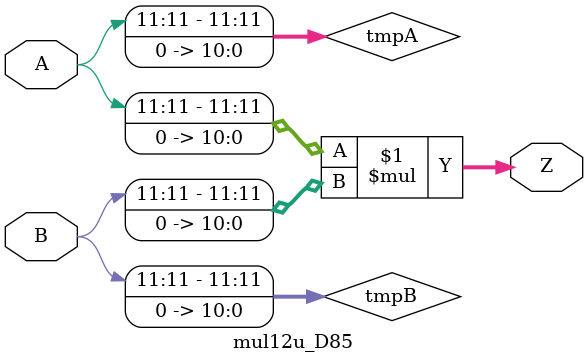
<source format=v>
/***
* This code is a part of EvoApproxLib library (ehw.fit.vutbr.cz/approxlib) distributed under The MIT License.
* When used, please cite the following article(s): V. Mrazek, Z. Vasicek, L. Sekanina, H. Jiang and J. Han, "Scalable Construction of Approximate Multipliers With Formally Guaranteed Worst Case Error" in IEEE Transactions on Very Large Scale Integration (VLSI) Systems, vol. 26, no. 11, pp. 2572-2576, Nov. 2018. doi: 10.1109/TVLSI.2018.2856362 
* This file contains a circuit from a sub-set of pareto optimal circuits with respect to the pwr and mre parameters
***/

//Behavioral model of 12-bit Truncated Multiplier
//Truncated bits: 11

module mul12u_D85(
	A, 
	B,
	Z
);

input [12-1:0] A;
input [12-1:0] B;
output [2*12-1:0] Z;

wire [12-1:0] tmpA;
wire [12-1:0] tmpB;
assign tmpA = {A[12-1:11],{11{1'b0}}};
assign tmpB = {B[12-1:11],{11{1'b0}}};
assign Z = tmpA * tmpB;
endmodule


// internal reference: truncation-tm.12.mul12u_D85


</source>
